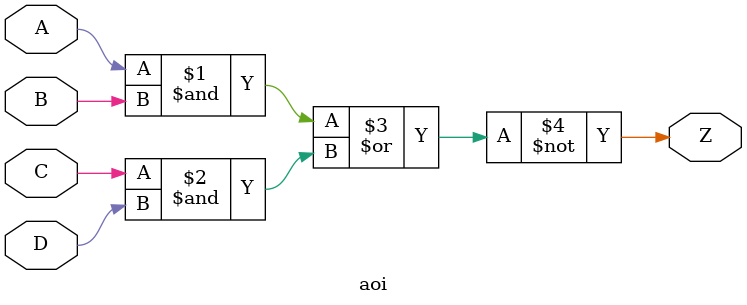
<source format=v>
module aoi (Z, A,B,C,D );
input A, B, C, D ;
output Z;

   assign Z = ~((A&B) | ( C&D) );

endmodule

</source>
